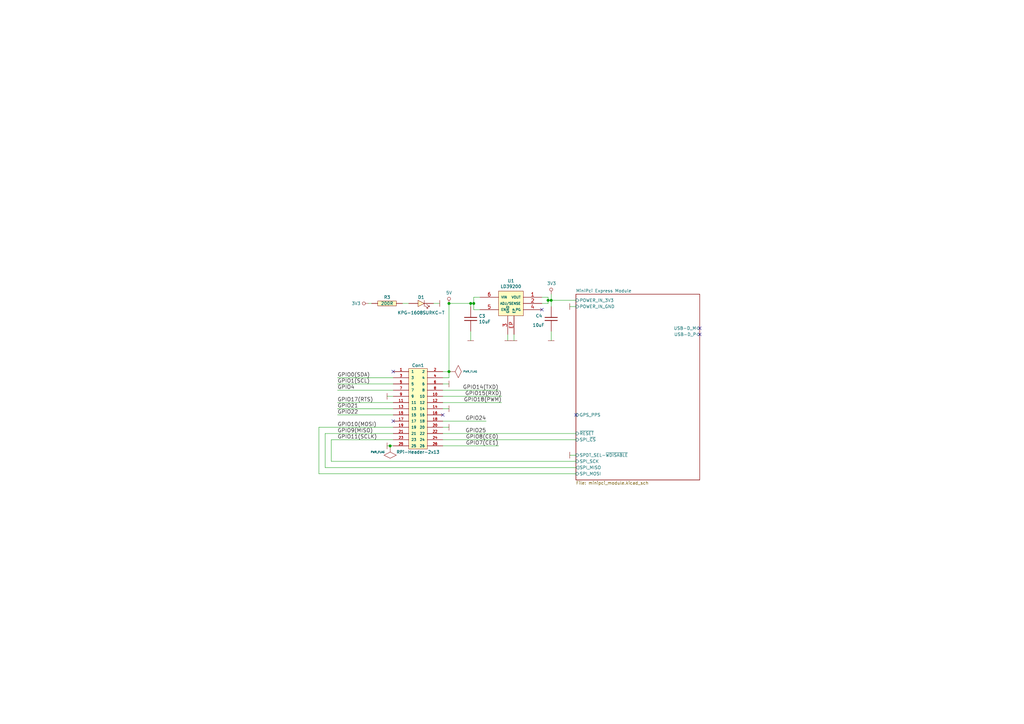
<source format=kicad_sch>
(kicad_sch (version 20210126) (generator eeschema)
  (paper "A3")
  (title_block (title "Pi Hat with mini pci express connector for lorawan gateway rk833") (date "2021-01-21") (rev "V1.0") (company "Embedded System Labs"))
  (lib_symbols
    (symbol "Capacitors_Smd0603:10uF" (pin_numbers hide) (pin_names (offset 1.016) hide)
      (property "Reference" "C" (at -3.81 0 90))
      (property "Value" "10uF" (at 3.81 0 90))
      (symbol "10uF_1_1"
        (polyline (pts (xy 2.54 -0.635) (xy -2.54 -0.635) (xy -2.54 -0.635)) (stroke (width 0.3048)))
        (polyline (pts (xy 2.54 0.635) (xy -2.54 0.635) (xy -2.54 0.635)) (stroke (width 0.3048)))
        (pin passive line (at 0 5.08 270) (length 4.4704) (name "~") (number "1"))
        (pin passive line (at 0 -5.08 90) (length 4.4704) (name "~") (number "2"))
      )
    )
    (symbol "Diodes:KPG-1608SURKC-T" (pin_numbers hide) (pin_names (offset 0) hide)
      (property "Reference" "D" (at 0 2.54 0))
      (property "Value" "KPG-1608SURKC-T" (at 0 -3.81 0))
      (symbol "KPG-1608SURKC-T_1_1"
        (polyline (pts (xy -1.27 1.27) (xy -1.27 -1.27)))
        (polyline (pts (xy 1.27 1.27) (xy 1.27 -1.27)))
        (polyline (pts (xy 2.794 -2.032) (xy 2.159 -1.905)))
        (polyline (pts (xy 3.429 -1.397) (xy 2.794 -1.27)))
        (polyline (pts (xy 1.651 -1.016) (xy 2.794 -2.032) (xy 2.667 -1.397)))
        (polyline (pts (xy 2.286 -0.381) (xy 3.429 -1.397) (xy 3.302 -0.762)))
        (polyline (pts (xy -1.27 1.27) (xy 1.27 0) (xy -1.27 -1.27)) (fill (type background)))
        (pin passive line (at -5.08 0 0) (length 3.81) (name "A") (number "1"))
        (pin passive line (at 5.08 0 180) (length 3.81) (name "K") (number "2"))
      )
    )
    (symbol "Header_Socket_2_54mm:Header_Socket_2x13pin" (pin_names (offset 1.016))
      (property "Reference" "Con" (at 0 17.78 0))
      (property "Value" "Header_Socket_2x13pin" (at 0 -17.78 0))
      (symbol "Header_Socket_2x13pin_1_1"
        (rectangle (start -3.81 16.51) (end 3.81 -16.51) (fill (type background)))
        (pin passive line (at -10.16 15.24 0) (length 6.35) (name "1") (number "1"))
        (pin passive line (at 10.16 5.08 180) (length 6.35) (name "10") (number "10"))
        (pin passive line (at -10.16 2.54 0) (length 6.35) (name "11") (number "11"))
        (pin passive line (at 10.16 2.54 180) (length 6.35) (name "12") (number "12"))
        (pin passive line (at -10.16 0 0) (length 6.35) (name "13") (number "13"))
        (pin passive line (at 10.16 0 180) (length 6.35) (name "14") (number "14"))
        (pin passive line (at -10.16 -2.54 0) (length 6.35) (name "15") (number "15"))
        (pin passive line (at 10.16 -2.54 180) (length 6.35) (name "16") (number "16"))
        (pin passive line (at -10.16 -5.08 0) (length 6.35) (name "17") (number "17"))
        (pin passive line (at 10.16 -5.08 180) (length 6.35) (name "18") (number "18"))
        (pin passive line (at -10.16 -7.62 0) (length 6.35) (name "19") (number "19"))
        (pin passive line (at 10.16 15.24 180) (length 6.35) (name "2") (number "2"))
        (pin passive line (at 10.16 -7.62 180) (length 6.35) (name "20") (number "20"))
        (pin passive line (at -10.16 -10.16 0) (length 6.35) (name "21") (number "21"))
        (pin passive line (at 10.16 -10.16 180) (length 6.35) (name "22") (number "22"))
        (pin passive line (at -10.16 -12.7 0) (length 6.35) (name "23") (number "23"))
        (pin passive line (at 10.16 -12.7 180) (length 6.35) (name "24") (number "24"))
        (pin passive line (at -10.16 -15.24 0) (length 6.35) (name "25") (number "25"))
        (pin passive line (at 10.16 -15.24 180) (length 6.35) (name "26") (number "26"))
        (pin passive line (at -10.16 12.7 0) (length 6.35) (name "3") (number "3"))
        (pin passive line (at 10.16 12.7 180) (length 6.35) (name "4") (number "4"))
        (pin passive line (at -10.16 10.16 0) (length 6.35) (name "5") (number "5"))
        (pin passive line (at 10.16 10.16 180) (length 6.35) (name "6") (number "6"))
        (pin passive line (at -10.16 7.62 0) (length 6.35) (name "7") (number "7"))
        (pin passive line (at 10.16 7.62 180) (length 6.35) (name "8") (number "8"))
        (pin passive line (at -10.16 5.08 0) (length 6.35) (name "9") (number "9"))
      )
    )
    (symbol "Linear_Regulators:LD39200" (pin_names (offset 1.016))
      (property "Reference" "U" (at 0 8.89 0))
      (property "Value" "LD39200" (at 0 6.35 0))
      (symbol "LD39200_1_1"
        (rectangle (start -5.08 5.08) (end 5.08 -5.08) (fill (type background)))
        (pin power_out line (at 12.7 2.54 180) (length 7.62) (name "VOUT") (number "1"))
        (pin input line (at 12.7 0 180) (length 7.62) (name "ADJ/SENSE") (number "2"))
        (pin power_in line (at -1.27 -12.7 90) (length 7.62) (name "GND") (number "3"))
        (pin output line (at 12.7 -2.54 180) (length 7.62) (name "PG") (number "4"))
        (pin input line (at -12.7 -2.54 0) (length 7.62) (name "EN") (number "5"))
        (pin power_in line (at -12.7 2.54 0) (length 7.62) (name "VIN") (number "6"))
        (pin power_in line (at 1.27 -12.7 90) (length 7.62) (name "EP") (number "EP"))
      )
    )
    (symbol "Resistors_Smd0603:200R" (pin_numbers hide) (pin_names (offset 1.016) hide)
      (property "Reference" "R" (at -2.54 0 90))
      (property "Value" "200R" (at 2.54 0 90))
      (symbol "200R_1_1"
        (rectangle (start -1.016 3.81) (end 1.016 -3.81) (fill (type background)))
        (pin passive line (at 0 6.35 270) (length 2.54) (name "~") (number "1"))
        (pin passive line (at 0 -6.35 90) (length 2.54) (name "~") (number "2"))
      )
    )
    (symbol "power:3V3" (power) (pin_names (offset 0))
      (property "Value" "3V3" (at 0 3.81 0))
      (symbol "3V3_0_0"
        (pin power_in line (at 0 0 90) (length 0) hide (name "3V3") (number "1"))
      )
      (symbol "3V3_0_1"
        (circle (center 0 1.905) (radius 0.635))
        (polyline (pts (xy 0 1.27) (xy 0 0)))
      )
    )
    (symbol "power:5V" (power) (pin_names (offset 0))
      (property "Value" "5V" (at 0 3.81 0))
      (symbol "5V_0_0"
        (pin power_in line (at 0 0 90) (length 0) hide (name "5V") (number "1"))
      )
      (symbol "5V_0_1"
        (circle (center 0 1.905) (radius 0.635))
        (polyline (pts (xy 0 1.27) (xy 0 0)))
      )
    )
    (symbol "power:GND" (power) (pin_names (offset 0))
      (symbol "GND_0_1"
        (polyline (pts (xy -1.27 0) (xy 1.27 0)))
      )
      (symbol "GND_1_1"
        (pin power_in line (at 0 0 180) (length 0) hide (name "GND") (number "1"))
      )
    )
    (symbol "power:PWR_FLAG" (power) (pin_numbers hide) (pin_names (offset 0) hide)
      (property "Value" "PWR_FLAG" (at 0 5.842 0))
      (symbol "PWR_FLAG_0_0"
        (pin power_out line (at 0 0 90) (length 0) (name "pwr") (number "1"))
      )
      (symbol "PWR_FLAG_0_1"
        (polyline (pts (xy 0 0) (xy 0 2.54) (xy 0 2.54)))
        (polyline (pts (xy 0 2.54) (xy -2.54 3.81) (xy 0 5.08) (xy 2.54 3.81) (xy 0 2.54)))
      )
    )
  )
  (junction (at 160.02 182.88) (diameter 1.016))
  (junction (at 184.15 124.46) (diameter 1.016))
  (junction (at 184.15 152.4) (diameter 1.016))
  (junction (at 193.04 124.46) (diameter 1.016))
  (junction (at 194.31 124.46) (diameter 1.016))
  (junction (at 224.79 123.19) (diameter 1.016))
  (junction (at 226.06 123.19) (diameter 1.016))
  (no_connect (at 161.29 152.4))
  (no_connect (at 161.29 172.72))
  (no_connect (at 181.61 170.18))
  (no_connect (at 222.25 127))
  (no_connect (at 236.22 170.18))
  (no_connect (at 287.02 134.62))
  (no_connect (at 287.02 137.16))
  (wire (pts (xy 130.81 175.26) (xy 130.81 194.31)))
  (wire (pts (xy 130.81 175.26) (xy 161.29 175.26)))
  (wire (pts (xy 130.81 194.31) (xy 236.22 194.31)))
  (wire (pts (xy 133.35 177.8) (xy 133.35 191.77)))
  (wire (pts (xy 133.35 191.77) (xy 236.22 191.77)))
  (wire (pts (xy 135.89 180.34) (xy 135.89 189.23)))
  (wire (pts (xy 135.89 189.23) (xy 236.22 189.23)))
  (wire (pts (xy 138.43 154.94) (xy 161.29 154.94)))
  (wire (pts (xy 138.43 157.48) (xy 161.29 157.48)))
  (wire (pts (xy 138.43 160.02) (xy 161.29 160.02)))
  (wire (pts (xy 138.43 165.1) (xy 161.29 165.1)))
  (wire (pts (xy 138.43 167.64) (xy 161.29 167.64)))
  (wire (pts (xy 138.43 170.18) (xy 161.29 170.18)))
  (wire (pts (xy 152.4 124.46) (xy 151.13 124.46)))
  (wire (pts (xy 158.75 162.56) (xy 161.29 162.56)))
  (wire (pts (xy 158.75 182.88) (xy 160.02 182.88)))
  (wire (pts (xy 160.02 182.88) (xy 161.29 182.88)))
  (wire (pts (xy 161.29 177.8) (xy 133.35 177.8)))
  (wire (pts (xy 161.29 180.34) (xy 135.89 180.34)))
  (wire (pts (xy 167.64 124.46) (xy 165.1 124.46)))
  (wire (pts (xy 180.34 124.46) (xy 177.8 124.46)))
  (wire (pts (xy 181.61 160.02) (xy 204.47 160.02)))
  (wire (pts (xy 181.61 162.56) (xy 205.74 162.56)))
  (wire (pts (xy 181.61 165.1) (xy 205.74 165.1)))
  (wire (pts (xy 181.61 172.72) (xy 199.39 172.72)))
  (wire (pts (xy 181.61 177.8) (xy 236.22 177.8)))
  (wire (pts (xy 181.61 180.34) (xy 236.22 180.34)))
  (wire (pts (xy 181.61 182.88) (xy 204.47 182.88)))
  (wire (pts (xy 184.15 124.46) (xy 184.15 152.4)))
  (wire (pts (xy 184.15 124.46) (xy 193.04 124.46)))
  (wire (pts (xy 184.15 152.4) (xy 181.61 152.4)))
  (wire (pts (xy 184.15 152.4) (xy 184.15 154.94)))
  (wire (pts (xy 184.15 154.94) (xy 181.61 154.94)))
  (wire (pts (xy 184.15 157.48) (xy 181.61 157.48)))
  (wire (pts (xy 184.15 167.64) (xy 181.61 167.64)))
  (wire (pts (xy 184.15 175.26) (xy 181.61 175.26)))
  (wire (pts (xy 193.04 124.46) (xy 194.31 124.46)))
  (wire (pts (xy 193.04 125.73) (xy 193.04 124.46)))
  (wire (pts (xy 193.04 135.89) (xy 193.04 139.7)))
  (wire (pts (xy 194.31 121.92) (xy 196.85 121.92)))
  (wire (pts (xy 194.31 124.46) (xy 194.31 121.92)))
  (wire (pts (xy 194.31 127) (xy 194.31 124.46)))
  (wire (pts (xy 196.85 127) (xy 194.31 127)))
  (wire (pts (xy 208.28 139.7) (xy 208.28 137.16)))
  (wire (pts (xy 210.82 139.7) (xy 210.82 137.16)))
  (wire (pts (xy 222.25 124.46) (xy 224.79 124.46)))
  (wire (pts (xy 224.79 121.92) (xy 222.25 121.92)))
  (wire (pts (xy 224.79 123.19) (xy 224.79 121.92)))
  (wire (pts (xy 224.79 124.46) (xy 224.79 123.19)))
  (wire (pts (xy 226.06 120.65) (xy 226.06 123.19)))
  (wire (pts (xy 226.06 123.19) (xy 224.79 123.19)))
  (wire (pts (xy 226.06 123.19) (xy 226.06 125.73)))
  (wire (pts (xy 226.06 123.19) (xy 236.22 123.19)))
  (wire (pts (xy 226.06 135.89) (xy 226.06 139.7)))
  (wire (pts (xy 233.68 125.73) (xy 236.22 125.73)))
  (wire (pts (xy 236.22 186.69) (xy 233.68 186.69)))
  (label "GPIO0(SDA)" (at 138.43 154.94 0) (effects (font (size 1.524 1.524))))
  (label "GPIO1(SCL)" (at 138.43 157.48 0) (effects (font (size 1.524 1.524))))
  (label "GPIO4" (at 138.43 160.02 0) (effects (font (size 1.524 1.524))))
  (label "GPIO17(RTS)" (at 138.43 165.1 0) (effects (font (size 1.524 1.524))))
  (label "GPIO21" (at 138.43 167.64 0) (effects (font (size 1.524 1.524))))
  (label "GPIO22" (at 138.43 170.18 0) (effects (font (size 1.524 1.524))))
  (label "GPIO10(MOSI)" (at 138.43 175.26 0) (effects (font (size 1.524 1.524))))
  (label "GPIO9(MISO)" (at 138.43 177.8 0) (effects (font (size 1.524 1.524))))
  (label "GPIO11(SCLK)" (at 138.43 180.34 0) (effects (font (size 1.524 1.524))))
  (label "GPIO24" (at 199.39 172.72 180) (effects (font (size 1.524 1.524))))
  (label "GPIO25" (at 199.39 177.8 180) (effects (font (size 1.524 1.524))))
  (label "GPIO14(TXD)" (at 204.47 160.02 180) (effects (font (size 1.524 1.524))))
  (label "GPIO8(CE0)" (at 204.47 180.34 180) (effects (font (size 1.524 1.524))))
  (label "GPIO7(CE1)" (at 204.47 182.88 180) (effects (font (size 1.524 1.524))))
  (label "GPIO15(RXD)" (at 205.74 162.56 180) (effects (font (size 1.524 1.524))))
  (label "GPIO18(PWM)" (at 205.74 165.1 180) (effects (font (size 1.524 1.524))))
  (symbol (lib_id "power:GND") (at 158.75 162.56 270) (unit 1)
    (property "Reference" "#PWR0104" (effects hide))
    (property "Value" "GND" (effects hide))
  )
  (symbol (lib_id "power:GND") (at 158.75 182.88 270) (unit 1)
    (property "Reference" "#PWR0101" (effects hide))
    (property "Value" "GND" (effects hide))
  )
  (symbol (lib_id "power:GND") (at 180.34 124.46 270) (unit 1)
    (property "Reference" "#PWR0110" (effects hide))
    (property "Value" "GND" (effects hide))
  )
  (symbol (lib_id "power:GND") (at 184.15 157.48 90) (unit 1)
    (property "Reference" "#PWR03" (effects hide))
    (property "Value" "GND" (effects hide))
  )
  (symbol (lib_id "power:GND") (at 184.15 167.64 90) (unit 1)
    (property "Reference" "#PWR0105" (effects hide))
    (property "Value" "GND" (effects hide))
  )
  (symbol (lib_id "power:GND") (at 184.15 175.26 90) (unit 1)
    (property "Reference" "#PWR0102" (effects hide))
    (property "Value" "GND" (effects hide))
  )
  (symbol (lib_id "power:GND") (at 193.04 139.7 0) (unit 1)
    (property "Reference" "#PWR0115" (effects hide))
    (property "Value" "GND" (effects hide))
  )
  (symbol (lib_id "power:GND") (at 208.28 139.7 0) (unit 1)
    (property "Reference" "#PWR0106" (effects hide))
    (property "Value" "GND" (effects hide))
  )
  (symbol (lib_id "power:GND") (at 210.82 139.7 0) (unit 1)
    (property "Reference" "#PWR0112" (effects hide))
    (property "Value" "GND" (effects hide))
  )
  (symbol (lib_id "power:GND") (at 226.06 139.7 0) (unit 1)
    (property "Reference" "#PWR0113" (effects hide))
    (property "Value" "GND" (effects hide))
  )
  (symbol (lib_id "power:GND") (at 233.68 125.73 270) (unit 1)
    (property "Reference" "#PWR0107" (effects hide))
    (property "Value" "GND" (effects hide))
  )
  (symbol (lib_id "power:GND") (at 233.68 186.69 270) (unit 1)
    (property "Reference" "#PWR0116" (effects hide))
    (property "Value" "GND" (effects hide))
  )
  (symbol (lib_id "power:3V3") (at 151.13 124.46 90) (unit 1)
    (property "Reference" "#PWR0111" (effects hide))
    (property "Value" "3V3" (at 146.05 124.46 90))
  )
  (symbol (lib_id "power:5V") (at 184.15 124.46 0) (unit 1)
    (property "Reference" "#PWR02" (effects hide))
    (property "Value" "5V" (at 184.1754 120.0658 0))
  )
  (symbol (lib_id "power:3V3") (at 226.06 120.65 0) (unit 1)
    (property "Reference" "#PWR01" (effects hide))
    (property "Value" "3V3" (at 226.2124 116.2558 0))
  )
  (symbol (lib_id "Resistors_Smd0603:200R") (at 158.75 124.46 270) (unit 1)
    (property "Reference" "R3" (at 158.75 121.92 90))
    (property "Value" "200R" (at 158.75 124.46 90))
    (property "Footprint" "Resistor_Smd_0603:200R_0603" (effects hide))
    (property "Datasheet" "https://www.tme.eu/Document/9e42ba54d36a9bd3dfa2901986ac022d/rezystor-smd.pdf" (effects hide))
    (property "Manufacturer" "Royal Ohm" (effects hide))
    (property "Manufacturer Part Number" "0603SAJ0201T5E" (effects hide))
    (property "Supplier" "TME" (effects hide))
    (property "Supplier Part Number" "SMD0603-200R" (effects hide))
    (property "URL" "https://www.tme.eu/pl/details/smd0603-200r/rezystory-smd-0603/royal-ohm/0603saj0201t5e/" (effects hide))
    (property "Price@100pc" "0,04705" (effects hide))
    (property "Price@1000pcs" "0,01147" (effects hide))
    (property "Developer" "MW" (effects hide))
    (property "Package" "0603" (effects hide))
    (property "LCSC Part # (optional)" "C103389" (effects hide))
  )
  (symbol (lib_id "power:PWR_FLAG") (at 160.02 182.88 180) (unit 1)
    (property "Reference" "#FLG0103" (effects hide))
    (property "Value" "PWR_FLAG" (at 154.94 185.42 0) (effects (font (size 0.762 0.762))))
  )
  (symbol (lib_id "power:PWR_FLAG") (at 184.15 152.4 270) (unit 1)
    (property "Reference" "#FLG0101" (effects hide))
    (property "Value" "PWR_FLAG" (at 189.9412 152.4 90) (effects (font (size 0.762 0.762)) (justify left)))
  )
  (symbol (lib_id "Diodes:KPG-1608SURKC-T") (at 172.72 124.46 0) (unit 1)
    (property "Reference" "D1" (at 172.72 121.92 0))
    (property "Value" "KPG-1608SURKC-T" (at 172.72 128.27 0))
    (property "Footprint" "Diodes:LED_KPG-1608SURKC-T" (effects hide))
    (property "Datasheet" "https://www.tme.eu/Document/d1801a08836278504c2ab877cf18852c/KPG-1608SURKC-T.pdf" (effects hide))
    (property "Manufacturer" "	KINGBRIGHT ELECTRONIC" (effects hide))
    (property "Manufacturer Part Number" "KPG-1608SURKC-T" (effects hide))
    (property "Supplier" "TME" (effects hide))
    (property "Supplier Part Number" "KPG-1608SURKC-T" (effects hide))
    (property "URL" "https://www.tme.eu/pl/details/kpg-1608surkc-t/diody-led-smd-kolorowe/kingbright-electronic/" (effects hide))
    (property "Price@1pc" "0,4132" (effects hide))
    (property "Price@1000pcs" "0,1995" (effects hide))
    (property "Developer" "WP" (effects hide))
    (property "Package" "0603" (effects hide))
    (property "LCSC Part # (optional)" "C192315" (effects hide))
  )
  (symbol (lib_id "Capacitors_Smd0603:10uF") (at 193.04 130.81 0) (unit 1)
    (property "Reference" "C3" (at 196.3674 129.6416 0) (effects (justify left)))
    (property "Value" "10uF" (at 196.3674 131.953 0) (effects (justify left)))
    (property "Footprint" "Capacitors_Smd_0603:10uF_10V_0603" (effects hide))
    (property "Datasheet" "https://www.tme.eu/Document/08070be221b22b3ff38fe1f90e5753ee/C0603C106M9PACTU.pdf" (effects hide))
    (property "Manufacturer" "KEMET" (effects hide))
    (property "Manufacturer Part Number" "C0603C106M9PACTU" (effects hide))
    (property "Supplier" "TME" (effects hide))
    (property "Supplier Part Number" "C0603C106M9PAC" (effects hide))
    (property "URL" "https://www.tme.eu/pl/details/c0603c106m9pac/kondensatory-mlcc-smd-0603/kemet/c0603c106m9pactu/" (effects hide))
    (property "Price@1pc" "0,81309" (effects hide))
    (property "Price@1000pcs" "0,20713" (effects hide))
    (property "Developer" "MW" (effects hide))
    (property "Package" "0603" (effects hide))
    (property "LCSC Part # (optional)" "C162265" (effects hide))
  )
  (symbol (lib_id "Capacitors_Smd0603:10uF") (at 226.06 130.81 0) (unit 1)
    (property "Reference" "C4" (at 219.71 129.54 0) (effects (justify left)))
    (property "Value" "10uF" (at 218.44 133.35 0) (effects (justify left)))
    (property "Footprint" "Capacitors_Smd_0603:10uF_10V_0603" (effects hide))
    (property "Datasheet" "https://www.tme.eu/Document/08070be221b22b3ff38fe1f90e5753ee/C0603C106M9PACTU.pdf" (effects hide))
    (property "Manufacturer" "KEMET" (effects hide))
    (property "Manufacturer Part Number" "C0603C106M9PACTU" (effects hide))
    (property "Supplier" "TME" (effects hide))
    (property "Supplier Part Number" "C0603C106M9PAC" (effects hide))
    (property "URL" "https://www.tme.eu/pl/details/c0603c106m9pac/kondensatory-mlcc-smd-0603/kemet/c0603c106m9pactu/" (effects hide))
    (property "Price@1pc" "0,81309" (effects hide))
    (property "Price@1000pcs" "0,20713" (effects hide))
    (property "Developer" "MW" (effects hide))
    (property "Package" "0603" (effects hide))
    (property "LCSC Part # (optional)" "C162265" (effects hide))
  )
  (symbol (lib_id "Linear_Regulators:LD39200") (at 209.55 124.46 0) (unit 1)
    (property "Reference" "U1" (at 209.55 115.189 0))
    (property "Value" "LD39200" (at 209.55 117.5004 0))
    (property "Footprint" "Linear:LD39200PU33R" (effects hide))
    (property "Datasheet" "https://pl.mouser.com/datasheet/2/389/dm00102135-1798033.pdf" (effects hide))
    (property "Manufacturer" "TOSHIBA" (effects hide))
    (property "Manufacturer Part Number" "LD39200PU33R" (effects hide))
    (property "Supplier" "Mouser" (effects hide))
    (property "Supplier Part Number" "511-LD39200PU33R" (effects hide))
    (property "URL" "https://pl.mouser.com/ProductDetail/STMicroelectronics/LD39200PU33R?qs=WHlX%252B%252B9%2FRwAl6%2FJDqRS1uw%3D%3D" (effects hide))
    (property "Price@1pc" "3,41" (effects hide))
    (property "Price@1000pcs" "1,45" (effects hide))
    (property "Developer" "MW" (effects hide))
    (property "Package" "DFN-6" (effects hide))
    (property "LCSC Part # (optional)" "C222192" (effects hide))
  )
  (symbol (lib_id "Header_Socket_2_54mm:Header_Socket_2x13pin") (at 171.45 167.64 0) (unit 1)
    (property "Reference" "Con1" (at 171.45 149.86 0))
    (property "Value" "RPi-Header-2x13" (at 171.45 185.42 0))
    (property "Footprint" "Header_Socket_2_54mm:Header_Socket_2x13x2_54mm" (effects hide))
    (property "Datasheet" "https://www.tme.eu/Document/efd0203e2d3a140765df98191085ea88/DS1023.pdf" (effects hide))
    (property "Manufacturer" "CONNFLY" (effects hide))
    (property "Manufacturer Part Number" "DS1023-2*13S21" (effects hide))
    (property "Supplier" "TME" (effects hide))
    (property "Supplier Part Number" "ZL262-26DG" (effects hide))
    (property "URL" "https://www.tme.eu/pl/en/details/zl262-26dg/pin-headers/connfly/ds1023-2-13s21/" (effects hide))
    (property "Price@1pc" "1,45" (effects hide))
    (property "Price@1000pcs" "0,57" (effects hide))
    (property "Developer" "MW" (effects hide))
    (property "Package" "2x13x2.54mm" (effects hide))
  )
  (sheet (at 236.22 120.65) (size 50.8 76.2)
    (property "Sheet name" "MiniPci Express Module" (at 236.22 120.0145 0) (effects (justify left bottom)))
    (property "Sheet file" "minipci_module.kicad_sch" (at 236.22 197.3585 0) (effects (justify left top)))
    (pin "POWER_IN_GND" input (at 236.22 125.73 180))
    (pin "POWER_IN_3V3" input (at 236.22 123.19 180))
    (pin "GPS_PPS" input (at 236.22 170.18 180))
    (pin "SPDT_SEL-~WDISABLE~" input (at 236.22 186.69 180))
    (pin "~RESET~" input (at 236.22 177.8 180))
    (pin "SPI_SCK" input (at 236.22 189.23 180))
    (pin "SPI_MISO" output (at 236.22 191.77 180))
    (pin "SPI_MOSI" input (at 236.22 194.31 180))
    (pin "SPI_~CS~" input (at 236.22 180.34 180))
    (pin "USB-D_M" bidirectional (at 287.02 134.62 0))
    (pin "USB-D_P" bidirectional (at 287.02 137.16 0))
  )
)
</source>
